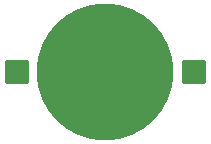
<source format=gbr>
%TF.GenerationSoftware,KiCad,Pcbnew,8.0.0*%
%TF.CreationDate,2024-04-12T16:45:35+09:00*%
%TF.ProjectId,putter,70757474-6572-42e6-9b69-6361645f7063,rev?*%
%TF.SameCoordinates,Original*%
%TF.FileFunction,Paste,Top*%
%TF.FilePolarity,Positive*%
%FSLAX46Y46*%
G04 Gerber Fmt 4.6, Leading zero omitted, Abs format (unit mm)*
G04 Created by KiCad (PCBNEW 8.0.0) date 2024-04-12 16:45:35*
%MOMM*%
%LPD*%
G01*
G04 APERTURE LIST*
G04 Aperture macros list*
%AMRoundRect*
0 Rectangle with rounded corners*
0 $1 Rounding radius*
0 $2 $3 $4 $5 $6 $7 $8 $9 X,Y pos of 4 corners*
0 Add a 4 corners polygon primitive as box body*
4,1,4,$2,$3,$4,$5,$6,$7,$8,$9,$2,$3,0*
0 Add four circle primitives for the rounded corners*
1,1,$1+$1,$2,$3*
1,1,$1+$1,$4,$5*
1,1,$1+$1,$6,$7*
1,1,$1+$1,$8,$9*
0 Add four rect primitives between the rounded corners*
20,1,$1+$1,$2,$3,$4,$5,0*
20,1,$1+$1,$4,$5,$6,$7,0*
20,1,$1+$1,$6,$7,$8,$9,0*
20,1,$1+$1,$8,$9,$2,$3,0*%
G04 Aperture macros list end*
%ADD10RoundRect,0.100000X-0.900000X-0.900000X0.900000X-0.900000X0.900000X0.900000X-0.900000X0.900000X0*%
%ADD11C,11.600000*%
G04 APERTURE END LIST*
D10*
%TO.C,BT1*%
X109000000Y-67000000D03*
X124000000Y-67000000D03*
D11*
X116500000Y-67000000D03*
%TD*%
M02*

</source>
